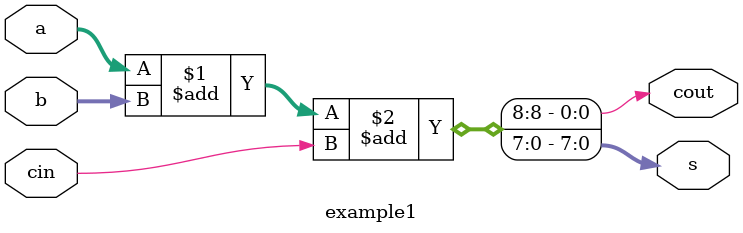
<source format=sv>
module example1 #(parameter N = 8)	// adder
				  (input logic [N-1:0]  a,b,
					input logic			   cin,
					output logic [N-1:0] s,
					output logic			cout);
assign {cout, s} = a + b + cin;
endmodule
</source>
